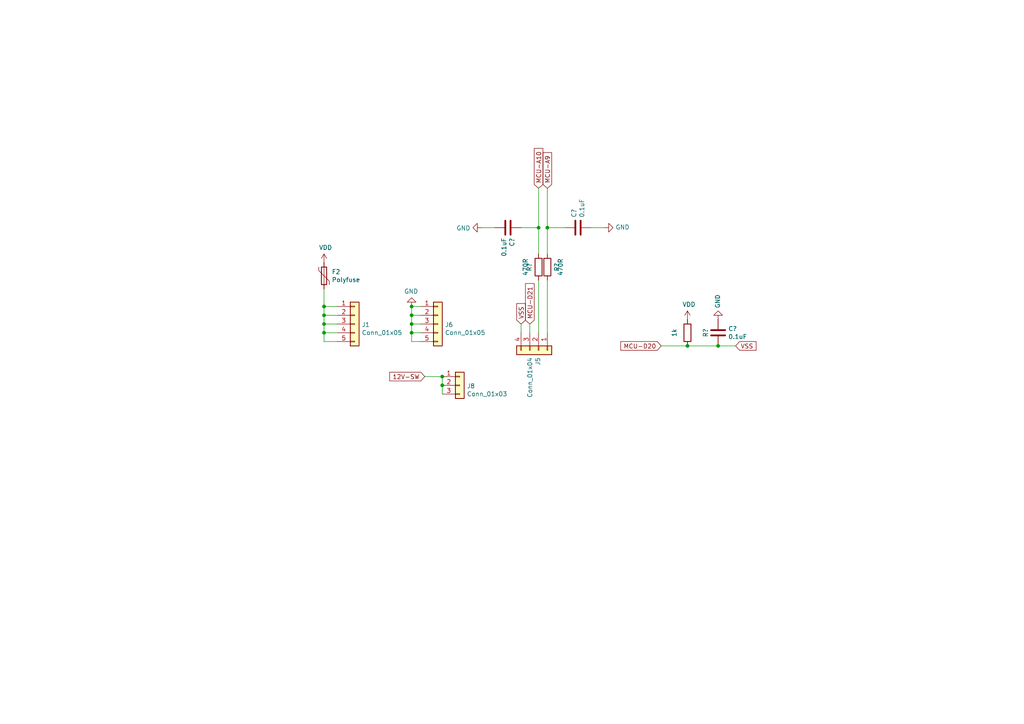
<source format=kicad_sch>
(kicad_sch (version 20250114) (generator "eeschema") (generator_version "9.0")
  (paper "A4")
  (title_block (title "0.4") (date "2021-03-27") (rev "4d") (company "Speeduino"))
  (lib_symbols
    (symbol "Connector_Generic:Conn_01x03" (pin_names (offset 1.016) (hide yes))
      (property "Reference" "J" (at 0 5.08 0))
      (property "Value" "Conn_01x03" (at 0 -5.08 0))
      (symbol "Conn_01x03_1_1"
        (rectangle (start -1.27 3.81) (end 1.27 -3.81) (stroke (width 0.254)) (fill (type background)))
        (rectangle (start -1.27 2.667) (end 0 2.413) (stroke (width 0.1524)))
        (rectangle (start -1.27 0.127) (end 0 -0.127) (stroke (width 0.1524)))
        (rectangle (start -1.27 -2.413) (end 0 -2.667) (stroke (width 0.1524)))
        (pin passive line (at -5.08 2.54 0) (length 3.81) (name "Pin_1") (number "1"))
        (pin passive line (at -5.08 0 0) (length 3.81) (name "Pin_2") (number "2"))
        (pin passive line (at -5.08 -2.54 0) (length 3.81) (name "Pin_3") (number "3"))
      )
    )
    (symbol "Connector_Generic:Conn_01x04" (pin_names (offset 1.016) (hide yes))
      (property "Reference" "J" (at 0 5.08 0))
      (property "Value" "Conn_01x04" (at 0 -7.62 0))
      (symbol "Conn_01x04_1_1"
        (rectangle (start -1.27 3.81) (end 1.27 -6.35) (stroke (width 0.254)) (fill (type background)))
        (rectangle (start -1.27 2.667) (end 0 2.413) (stroke (width 0.1524)))
        (rectangle (start -1.27 0.127) (end 0 -0.127) (stroke (width 0.1524)))
        (rectangle (start -1.27 -2.413) (end 0 -2.667) (stroke (width 0.1524)))
        (rectangle (start -1.27 -4.953) (end 0 -5.207) (stroke (width 0.1524)))
        (pin passive line (at -5.08 2.54 0) (length 3.81) (name "Pin_1") (number "1"))
        (pin passive line (at -5.08 0 0) (length 3.81) (name "Pin_2") (number "2"))
        (pin passive line (at -5.08 -2.54 0) (length 3.81) (name "Pin_3") (number "3"))
        (pin passive line (at -5.08 -5.08 0) (length 3.81) (name "Pin_4") (number "4"))
      )
    )
    (symbol "Connector_Generic:Conn_01x05" (pin_names (offset 1.016) (hide yes))
      (property "Reference" "J" (at 0 7.62 0))
      (property "Value" "Conn_01x05" (at 0 -7.62 0))
      (symbol "Conn_01x05_1_1"
        (rectangle (start -1.27 6.35) (end 1.27 -6.35) (stroke (width 0.254)) (fill (type background)))
        (rectangle (start -1.27 5.207) (end 0 4.953) (stroke (width 0.1524)))
        (rectangle (start -1.27 2.667) (end 0 2.413) (stroke (width 0.1524)))
        (rectangle (start -1.27 0.127) (end 0 -0.127) (stroke (width 0.1524)))
        (rectangle (start -1.27 -2.413) (end 0 -2.667) (stroke (width 0.1524)))
        (rectangle (start -1.27 -4.953) (end 0 -5.207) (stroke (width 0.1524)))
        (pin passive line (at -5.08 5.08 0) (length 3.81) (name "Pin_1") (number "1"))
        (pin passive line (at -5.08 2.54 0) (length 3.81) (name "Pin_2") (number "2"))
        (pin passive line (at -5.08 0 0) (length 3.81) (name "Pin_3") (number "3"))
        (pin passive line (at -5.08 -2.54 0) (length 3.81) (name "Pin_4") (number "4"))
        (pin passive line (at -5.08 -5.08 0) (length 3.81) (name "Pin_5") (number "5"))
      )
    )
    (symbol "Device:C" (pin_numbers (hide yes)) (pin_names (offset 0.254))
      (property "Reference" "C" (at 0.635 2.54 0))
      (property "Value" "C" (at 0.635 -2.54 0))
      (symbol "C_0_1"
        (polyline (pts (xy -2.032 0.762) (xy 2.032 0.762)) (stroke (width 0.508)))
        (polyline (pts (xy -2.032 -0.762) (xy 2.032 -0.762)) (stroke (width 0.508)))
      )
      (symbol "C_1_1"
        (pin passive line (at 0 3.81 270) (length 2.794) (name "~") (number "1"))
        (pin passive line (at 0 -3.81 90) (length 2.794) (name "~") (number "2"))
      )
    )
    (symbol "Device:Polyfuse" (pin_numbers (hide yes)) (pin_names (offset 0))
      (property "Reference" "F" (at -2.54 0 90))
      (property "Value" "Polyfuse" (at 2.54 0 90))
      (symbol "Polyfuse_0_1"
        (polyline (pts (xy -1.524 2.54) (xy -1.524 1.524) (xy 1.524 -1.524) (xy 1.524 -2.54)))
        (rectangle (start -0.762 2.54) (end 0.762 -2.54) (stroke (width 0.254)))
        (polyline (pts (xy 0 2.54) (xy 0 -2.54)))
      )
      (symbol "Polyfuse_1_1"
        (pin passive line (at 0 3.81 270) (length 1.27) (name "~") (number "1"))
        (pin passive line (at 0 -3.81 90) (length 1.27) (name "~") (number "2"))
      )
    )
    (symbol "Device:R" (pin_numbers (hide yes)) (pin_names (offset 0))
      (property "Reference" "R" (at 2.032 0 90))
      (property "Value" "R" (at 0 0 90))
      (symbol "R_0_1"
        (rectangle (start -1.016 -2.54) (end 1.016 2.54) (stroke (width 0.254)))
      )
      (symbol "R_1_1"
        (pin passive line (at 0 3.81 270) (length 1.27) (name "~") (number "1"))
        (pin passive line (at 0 -3.81 90) (length 1.27) (name "~") (number "2"))
      )
    )
    (symbol "power:GND" (power) (pin_numbers (hide yes)) (pin_names (offset 0) (hide yes))
      (property "Value" "GND" (at 0 -3.81 0))
      (symbol "GND_0_1"
        (polyline (pts (xy 0 0) (xy 0 -1.27) (xy 1.27 -1.27) (xy 0 -2.54) (xy -1.27 -1.27) (xy 0 -1.27)))
      )
      (symbol "GND_1_1"
        (pin power_in line (at 0 0 270) (length 0) (name "~") (number "1"))
      )
    )
    (symbol "power:VDD" (power) (pin_numbers (hide yes)) (pin_names (offset 0) (hide yes))
      (property "Value" "VDD" (at 0 3.556 0))
      (symbol "VDD_0_1"
        (polyline (pts (xy -0.762 1.27) (xy 0 2.54)))
        (polyline (pts (xy 0 2.54) (xy 0.762 1.27)))
        (polyline (pts (xy 0 0) (xy 0 2.54)))
      )
      (symbol "VDD_1_1"
        (pin power_in line (at 0 0 90) (length 0) (name "~") (number "1"))
      )
    )
  )
  (junction (at 156.21 66.04))
  (junction (at 93.98 93.98))
  (junction (at 93.98 91.44))
  (junction (at 119.38 93.98))
  (junction (at 93.98 96.52))
  (junction (at 128.27 109.22))
  (junction (at 199.39 100.33))
  (junction (at 208.28 100.33))
  (junction (at 119.38 96.52))
  (junction (at 128.27 111.76))
  (junction (at 119.38 91.44))
  (junction (at 119.38 88.9))
  (junction (at 158.75 66.04))
  (junction (at 93.98 88.9))
  (wire (pts (xy 171.45 66.04) (xy 175.26 66.04)))
  (wire (pts (xy 93.98 88.9) (xy 93.98 91.44)))
  (wire (pts (xy 97.79 88.9) (xy 93.98 88.9)))
  (wire (pts (xy 119.38 96.52) (xy 121.92 96.52)))
  (wire (pts (xy 119.38 91.44) (xy 121.92 91.44)))
  (wire (pts (xy 128.27 109.22) (xy 128.27 111.76)))
  (wire (pts (xy 158.75 54.61) (xy 158.75 66.04)))
  (wire (pts (xy 93.98 96.52) (xy 93.98 93.98)))
  (wire (pts (xy 93.98 93.98) (xy 97.79 93.98)))
  (wire (pts (xy 128.27 111.76) (xy 128.27 114.3)))
  (wire (pts (xy 151.13 66.04) (xy 156.21 66.04)))
  (wire (pts (xy 213.36 100.33) (xy 208.28 100.33)))
  (wire (pts (xy 119.38 88.9) (xy 119.38 91.44)))
  (wire (pts (xy 119.38 91.44) (xy 119.38 93.98)))
  (wire (pts (xy 119.38 93.98) (xy 119.38 96.52)))
  (wire (pts (xy 119.38 88.9) (xy 121.92 88.9)))
  (wire (pts (xy 93.98 91.44) (xy 93.98 93.98)))
  (wire (pts (xy 119.38 96.52) (xy 119.38 99.06)))
  (wire (pts (xy 143.51 66.04) (xy 139.7 66.04)))
  (wire (pts (xy 156.21 66.04) (xy 156.21 73.66)))
  (wire (pts (xy 153.67 93.98) (xy 153.67 96.52)))
  (wire (pts (xy 151.13 93.98) (xy 151.13 96.52)))
  (wire (pts (xy 93.98 83.82) (xy 93.98 88.9)))
  (wire (pts (xy 119.38 93.98) (xy 121.92 93.98)))
  (wire (pts (xy 158.75 66.04) (xy 158.75 73.66)))
  (wire (pts (xy 156.21 81.28) (xy 156.21 96.52)))
  (wire (pts (xy 123.19 109.22) (xy 128.27 109.22)))
  (wire (pts (xy 208.28 100.33) (xy 199.39 100.33)))
  (wire (pts (xy 97.79 91.44) (xy 93.98 91.44)))
  (wire (pts (xy 93.98 96.52) (xy 93.98 99.06)))
  (wire (pts (xy 158.75 81.28) (xy 158.75 96.52)))
  (wire (pts (xy 199.39 100.33) (xy 191.77 100.33)))
  (wire (pts (xy 119.38 99.06) (xy 121.92 99.06)))
  (wire (pts (xy 97.79 96.52) (xy 93.98 96.52)))
  (wire (pts (xy 97.79 99.06) (xy 93.98 99.06)))
  (wire (pts (xy 156.21 54.61) (xy 156.21 66.04)))
  (wire (pts (xy 163.83 66.04) (xy 158.75 66.04)))
  (global_label "MCU-A10" (shape input) (at 156.21 54.61 90) (property "Intersheetrefs" "${INTERSHEET_REFS}" (effects (hide yes))))
  (global_label "12V-SW" (shape input) (at 123.19 109.22 180) (property "Intersheetrefs" "${INTERSHEET_REFS}" (effects (hide yes))))
  (global_label "MCU-A9" (shape input) (at 158.75 54.61 90) (property "Intersheetrefs" "${INTERSHEET_REFS}" (effects (hide yes))))
  (global_label "MCU-D21" (shape input) (at 153.67 93.98 90) (property "Intersheetrefs" "${INTERSHEET_REFS}" (effects (hide yes))))
  (global_label "VSS" (shape input) (at 151.13 93.98 90) (property "Intersheetrefs" "${INTERSHEET_REFS}" (effects (hide yes))))
  (global_label "VSS" (shape input) (at 213.36 100.33 0) (property "Intersheetrefs" "${INTERSHEET_REFS}" (effects (hide yes))))
  (global_label "MCU-D20" (shape input) (at 191.77 100.33 180) (property "Intersheetrefs" "${INTERSHEET_REFS}" (effects (hide yes))))
  (symbol (lib_id "Connector_Generic:Conn_01x05") (at 102.87 93.98 0) (unit 1)
    (property "Reference" "J1" (at 104.902 94.1832 0) (effects (justify left)))
    (property "Value" "Conn_01x05" (at 104.902 96.4946 0) (effects (justify left)))
    (property "Footprint" "Connector_PinHeader_2.54mm:PinHeader_1x05_P2.54mm_Vertical" (effects (hide yes)))
  )
  (symbol (lib_id "Connector_Generic:Conn_01x05") (at 127 93.98 0) (unit 1)
    (property "Reference" "J6" (at 129.032 94.1832 0) (effects (justify left)))
    (property "Value" "Conn_01x05" (at 129.032 96.4946 0) (effects (justify left)))
    (property "Footprint" "Connector_PinHeader_2.54mm:PinHeader_1x05_P2.54mm_Vertical" (effects (hide yes)))
  )
  (symbol (lib_id "power:GND") (at 119.38 88.9 180) (unit 1)
    (property "Reference" "#PWR072" (effects (hide yes)))
    (property "Value" "GND" (at 119.253 84.5058 0))
  )
  (symbol (lib_id "Connector_Generic:Conn_01x04") (at 156.21 101.6 270) (unit 1)
    (property "Reference" "J5" (at 156.0068 103.632 0) (effects (justify left)))
    (property "Value" "Conn_01x04" (at 153.6954 103.632 0) (effects (justify left)))
    (property "Footprint" "Connector_PinHeader_2.54mm:PinHeader_1x04_P2.54mm_Vertical" (effects (hide yes)))
  )
  (symbol (lib_id "Device:R") (at 158.75 77.47 0) (unit 1)
    (property "Reference" "R63" (at 153.4922 77.47 90))
    (property "Value" "470R" (at 162.56 77.47 90))
    (property "Footprint" "Resistor_THT:R_Axial_DIN0204_L3.6mm_D1.6mm_P5.08mm_Horizontal" (effects (hide yes)))
    (property "Manufacturer_Name" "Vishay" (effects (hide yes)))
    (property "Manufacturer_Part_Number" "MBA02040C4700FRP00" (effects (hide yes)))
    (property "URL" "https://www.digikey.com.au/product-detail/en/vishay-beyschlag-draloric-bc-components/MBA02040C4700FRP00/BC3516CT-ND/7350946" (effects (hide yes)))
    (property "Digikey Part Number" "BC3516CT-ND" (effects (hide yes)))
    (instances (project "" (path "" (reference "R?") (unit 1)) (path "" (reference "R63") (unit 1))))
  )
  (symbol (lib_id "Device:C") (at 167.64 66.04 90) (unit 1)
    (property "Reference" "C23" (at 166.4716 63.119 0) (effects (justify left)))
    (property "Value" "0.1uF" (at 168.783 63.119 0) (effects (justify left)))
    (property "Footprint" "Capacitor_THT:C_Disc_D5.0mm_W2.5mm_P2.50mm" (effects (hide yes)))
    (property "Digikey Part Number" "445-180563-1-ND" (effects (hide yes)))
    (property "Manufacturer_Name" "TDK" (effects (hide yes)))
    (property "Manufacturer_Part_Number" "FA18X8R1E104KNU06" (effects (hide yes)))
    (property "URL" "https://www.digikey.com.au/product-detail/en/tdk-corporation/FA18X8R1E104KNU06/445-180563-1-ND/9560689" (effects (hide yes)))
    (instances (project "" (path "" (reference "C?") (unit 1)) (path "" (reference "C23") (unit 1))))
  )
  (symbol (lib_id "Device:R") (at 156.21 77.47 180) (unit 1)
    (property "Reference" "R62" (at 161.4678 77.47 90))
    (property "Value" "470R" (at 152.4 77.47 90))
    (property "Footprint" "Resistor_THT:R_Axial_DIN0204_L3.6mm_D1.6mm_P5.08mm_Horizontal" (effects (hide yes)))
    (property "Manufacturer_Name" "Vishay" (effects (hide yes)))
    (property "Manufacturer_Part_Number" "MBA02040C4700FRP00" (effects (hide yes)))
    (property "URL" "https://www.digikey.com.au/product-detail/en/vishay-beyschlag-draloric-bc-components/MBA02040C4700FRP00/BC3516CT-ND/7350946" (effects (hide yes)))
    (property "Digikey Part Number" "BC3516CT-ND" (effects (hide yes)))
    (instances (project "" (path "" (reference "R?") (unit 1)) (path "" (reference "R62") (unit 1))))
  )
  (symbol (lib_id "Device:C") (at 147.32 66.04 270) (unit 1)
    (property "Reference" "C22" (at 148.4884 68.961 0) (effects (justify left)))
    (property "Value" "0.1uF" (at 146.177 68.961 0) (effects (justify left)))
    (property "Footprint" "Capacitor_THT:C_Disc_D5.0mm_W2.5mm_P2.50mm" (effects (hide yes)))
    (property "Digikey Part Number" "445-180563-1-ND" (effects (hide yes)))
    (property "Manufacturer_Name" "TDK" (effects (hide yes)))
    (property "Manufacturer_Part_Number" "FA18X8R1E104KNU06" (effects (hide yes)))
    (property "URL" "https://www.digikey.com.au/product-detail/en/tdk-corporation/FA18X8R1E104KNU06/445-180563-1-ND/9560689" (effects (hide yes)))
    (instances (project "" (path "" (reference "C?") (unit 1)) (path "" (reference "C22") (unit 1))))
  )
  (symbol (lib_id "power:GND") (at 139.7 66.04 270) (unit 1)
    (property "Reference" "#PWR073" (effects (hide yes)))
    (property "Value" "GND" (at 136.4488 66.167 90) (effects (justify right)))
  )
  (symbol (lib_id "power:GND") (at 175.26 66.04 90) (unit 1)
    (property "Reference" "#PWR074" (effects (hide yes)))
    (property "Value" "GND" (at 178.5112 65.913 90) (effects (justify right)))
  )
  (symbol (lib_id "Connector_Generic:Conn_01x03") (at 133.35 111.76 0) (unit 1)
    (property "Reference" "J8" (at 135.382 111.9632 0) (effects (justify left)))
    (property "Value" "Conn_01x03" (at 135.382 114.2746 0) (effects (justify left)))
    (property "Footprint" "Connector_PinHeader_2.54mm:PinHeader_1x03_P2.54mm_Vertical" (effects (hide yes)))
    (property "Sim.Device" "SPICE" (effects (hide yes)))
    (property "Sim.Params" "type=\"J\" model=\"Conn_01x03\" lib=\"\"" (effects (hide yes)))
    (property "Sim.Pins" "1=1 2=2 3=3" (effects (hide yes)))
  )
  (symbol (lib_id "Device:Polyfuse") (at 93.98 80.01 0) (unit 1)
    (property "Reference" "F2" (at 96.2152 78.8416 0) (effects (justify left)))
    (property "Value" "Polyfuse" (at 96.2152 81.153 0) (effects (justify left)))
    (property "Footprint" "Fuse:Fuse_BelFuse_0ZRE0055FF_L14.0mm_W4.1mm" (effects (hide yes)))
    (property "Digikey Part Number" "507-2403-ND" (effects (hide yes)))
    (property "Manufacturer_Name" "Bel Fuse" (effects (hide yes)))
    (property "Manufacturer_Part_Number" "0ZRP0050FF1E" (effects (hide yes)))
    (property "URL" "https://www.digikey.com.au/product-detail/en/bel-fuse-inc/0ZRP0050FF1E/507-2403-ND/9468252" (effects (hide yes)))
  )
  (symbol (lib_id "power:VDD") (at 93.98 76.2 0) (unit 1)
    (property "Reference" "#PWR0120" (effects (hide yes)))
    (property "Value" "VDD" (at 94.4118 71.8058 0))
  )
  (symbol (lib_id "Device:R") (at 199.39 96.52 180) (unit 1)
    (property "Reference" "R54" (at 204.6478 96.52 90))
    (property "Value" "1k" (at 195.58 96.52 90))
    (property "Footprint" "Resistor_THT:R_Axial_DIN0204_L3.6mm_D1.6mm_P5.08mm_Horizontal" (effects (hide yes)))
    (property "Manufacturer_Name" "Vishay" (effects (hide yes)))
    (property "Manufacturer_Part_Number" "MBA02040C1001FRP00" (effects (hide yes)))
    (property "Digikey Part Number" "BC1.00KXCT-ND" (effects (hide yes)))
    (instances (project "" (path "" (reference "R?") (unit 1)) (path "" (reference "R54") (unit 1))))
  )
  (symbol (lib_id "Device:C") (at 208.28 96.52 0) (unit 1)
    (property "Reference" "C28" (at 211.201 95.3516 0) (effects (justify left)))
    (property "Value" "0.1uF" (at 211.201 97.663 0) (effects (justify left)))
    (property "Footprint" "Capacitor_THT:C_Disc_D5.0mm_W2.5mm_P2.50mm" (effects (hide yes)))
    (property "Digikey Part Number" "445-180563-1-ND" (effects (hide yes)))
    (property "Manufacturer_Name" "TDK" (effects (hide yes)))
    (property "Manufacturer_Part_Number" "FA18X8R1E104KNU06" (effects (hide yes)))
    (property "URL" "https://www.digikey.com.au/product-detail/en/tdk-corporation/FA18X8R1E104KNU06/445-180563-1-ND/9560689" (effects (hide yes)))
    (instances (project "" (path "" (reference "C?") (unit 1)) (path "" (reference "C28") (unit 1))))
  )
  (symbol (lib_id "power:GND") (at 208.28 92.71 180) (unit 1)
    (property "Reference" "#PWR0121" (effects (hide yes)))
    (property "Value" "GND" (at 208.153 89.4588 90) (effects (justify right)))
  )
  (symbol (lib_id "power:VDD") (at 199.39 92.71 0) (unit 1)
    (property "Reference" "#PWR0122" (effects (hide yes)))
    (property "Value" "VDD" (at 199.8218 88.3158 0))
  )
)
</source>
